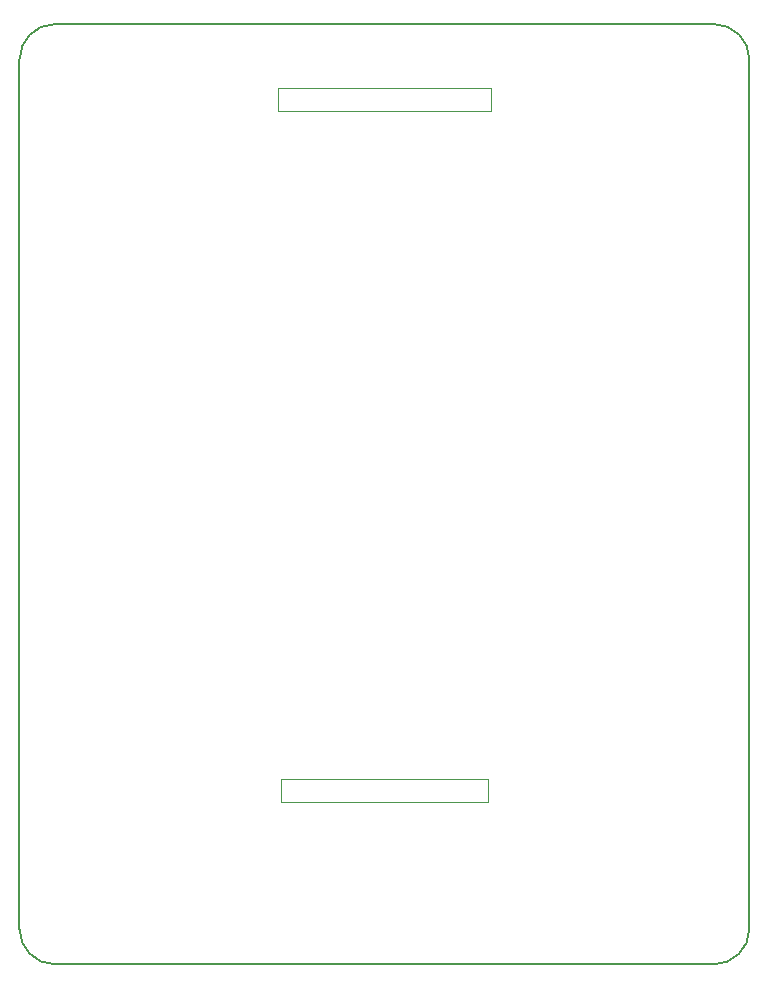
<source format=gbr>
%TF.GenerationSoftware,KiCad,Pcbnew,9.0.0*%
%TF.CreationDate,2025-07-21T17:32:05-04:00*%
%TF.ProjectId,shipwreckedpcb,73686970-7772-4656-936b-65647063622e,rev?*%
%TF.SameCoordinates,Original*%
%TF.FileFunction,Profile,NP*%
%FSLAX46Y46*%
G04 Gerber Fmt 4.6, Leading zero omitted, Abs format (unit mm)*
G04 Created by KiCad (PCBNEW 9.0.0) date 2025-07-21 17:32:05*
%MOMM*%
%LPD*%
G01*
G04 APERTURE LIST*
%TA.AperFunction,Profile*%
%ADD10C,0.200000*%
%TD*%
%TA.AperFunction,Profile*%
%ADD11C,0.050000*%
%TD*%
G04 APERTURE END LIST*
D10*
X174950000Y-62150000D02*
G75*
G02*
X177950000Y-65150000I0J-3000000D01*
G01*
X174950000Y-141750000D02*
X119150000Y-141750000D01*
X116150000Y-65150000D02*
G75*
G02*
X119150000Y-62150000I3000000J0D01*
G01*
X177950000Y-65150000D02*
X177950000Y-138750000D01*
D11*
X138300000Y-126100000D02*
X155800000Y-126100000D01*
X155800000Y-128000000D01*
X138300000Y-128000000D01*
X138300000Y-126100000D01*
X138050000Y-67575000D02*
X156050000Y-67575000D01*
X156050000Y-69475000D01*
X138050000Y-69475000D01*
X138050000Y-67575000D01*
D10*
X116150000Y-138750000D02*
X116150000Y-65150000D01*
X177950000Y-138750000D02*
G75*
G02*
X174950000Y-141750000I-3000000J0D01*
G01*
X119150000Y-141750000D02*
G75*
G02*
X116150000Y-138750000I0J3000000D01*
G01*
X119150000Y-62150000D02*
X174950000Y-62150000D01*
M02*

</source>
